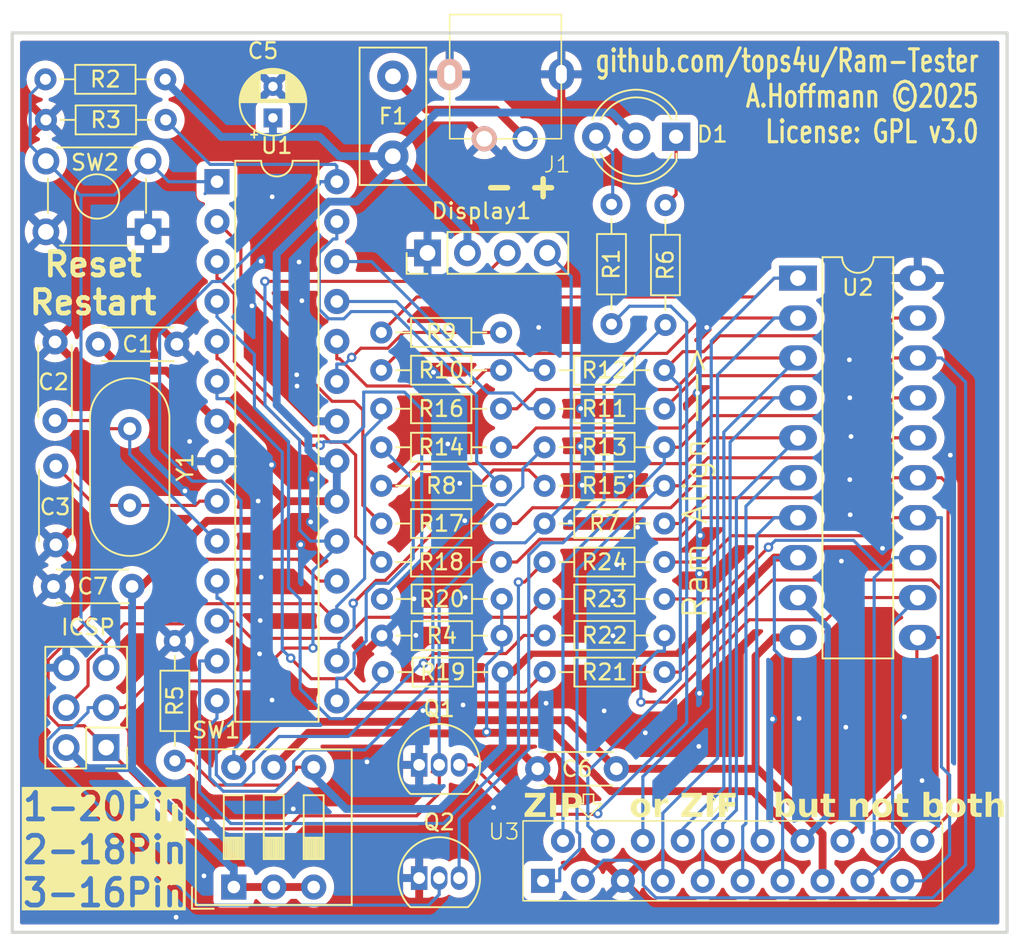
<source format=kicad_pcb>
(kicad_pcb (version 20240108) (generator "pcbnew") (generator_version "8.0")
  (title_block (comment 4 "AISLER Project ID: NZEQZVCZ"))
  (layers (0 "F.Cu" signal) (31 "B.Cu" signal) (34 "B.Paste" user) (35 "F.Paste" user) (36 "B.SilkS" user "B.Silkscreen") (37 "F.SilkS" user "F.Silkscreen") (38 "B.Mask" user) (39 "F.Mask" user) (44 "Edge.Cuts" user))
  (net 0 "")
  (net 1 "Net-(U1-XTAL2{slash}PB7)")
  (net 2 "Net-(U1-XTAL1{slash}PB6)")
  (net 3 "Net-(D1-K1)")
  (net 4 "Net-(D1-K2)")
  (net 5 "Vcc")
  (net 6 "GND")
  (net 7 "VCC_20")
  (net 8 "Net-(U1-PC4)")
  (net 9 "A3")
  (net 10 "A2")
  (net 11 "A8")
  (net 12 "Net-(U1-PC0)")
  (net 13 "A9")
  (net 14 "Net-(U1-PC1)")
  (net 15 "D0")
  (net 16 "Net-(J2-Pin_4)")
  (net 17 "Net-(U1-PC2)")
  (net 18 "D1")
  (net 19 "Net-(U1-PC3)")
  (net 20 "Net-(U1-PB0)")
  (net 21 "D2")
  (net 22 "D3")
  (net 23 "RD")
  (net 24 "GN")
  (net 25 "_CAS")
  (net 26 "_RST")
  (net 27 "Net-(U1-PB1)")
  (net 28 "Net-(U1-PB2)")
  (net 29 "_RAS")
  (net 30 "_OE")
  (net 31 "_WE")
  (net 32 "Net-(U1-PD0)")
  (net 33 "A0")
  (net 34 "Net-(U1-PD1)")
  (net 35 "Net-(U1-PD2)")
  (net 36 "Net-(U1-PD3)")
  (net 37 "Net-(U1-PD4)")
  (net 38 "A1")
  (net 39 "Net-(U1-PD5)")
  (net 40 "A4")
  (net 41 "Net-(U1-PD6)")
  (net 42 "A5")
  (net 43 "Net-(U1-PD7)")
  (net 44 "A6")
  (net 45 "Net-(Q1-D)")
  (net 46 "Net-(Q2-D)")
  (net 47 "Net-(J1-Pin_1)")
  (net 48 "A7")
  (footprint "Resistor_THT:R_Axial_DIN0204_L3.6mm_D1.6mm_P7.62mm_Horizontal" (layer "F.Cu") (at 116 88.1)
    (property "Reference" "R16")
    (property "Value" "47" (hide yes))
  )
  (footprint "Resistor_THT:R_Axial_DIN0204_L3.6mm_D1.6mm_P7.62mm_Horizontal" (layer "F.Cu") (at 130.64 75.1 -90)
    (property "Reference" "R1")
    (property "Value" "100" (hide yes))
  )
  (footprint "Capacitor_THT:CP_Radial_D4.0mm_P2.00mm" (layer "F.Cu") (at 109.11 69.6026 90)
    (property "Reference" "C5")
    (property "Value" "10uF" (hide yes))
  )
  (footprint "Connector_PinHeader_2.54mm:PinHeader_1x04_P2.54mm_Vertical" (layer "F.Cu") (at 118.94 78.19 90)
    (property "Reference" "Display1")
    (property "Value" "Conn_01x04_Pin" (hide yes))
  )
  (footprint "Capacitor_THT:C_Disc_D4.3mm_W1.9mm_P5.00mm" (layer "F.Cu") (at 130.95 111 180)
    (property "Reference" "C6")
    (property "Value" "100nF" (hide yes))
  )
  (footprint "Resistor_THT:R_Axial_DIN0204_L3.6mm_D1.6mm_P7.62mm_Horizontal" (layer "F.Cu") (at 126.38 90.55)
    (property "Reference" "R13")
    (property "Value" "47" (hide yes))
  )
  (footprint "Resistor_THT:R_Axial_DIN0204_L3.6mm_D1.6mm_P7.62mm_Horizontal" (layer "F.Cu") (at 116.04 102.53)
    (property "Reference" "R4")
    (property "Value" "1M" (hide yes))
  )
  (footprint "Resistor_THT:R_Axial_DIN0204_L3.6mm_D1.6mm_P7.62mm_Horizontal" (layer "F.Cu") (at 102.87 102.87 -90)
    (property "Reference" "R5")
    (property "Value" "1M" (hide yes))
  )
  (footprint "Resistor_THT:R_Axial_DIN0204_L3.6mm_D1.6mm_P7.62mm_Horizontal" (layer "F.Cu") (at 116.04 100.2)
    (property "Reference" "R20")
    (property "Value" "47" (hide yes))
  )
  (footprint "Resistor_THT:R_Axial_DIN0204_L3.6mm_D1.6mm_P7.62mm_Horizontal" (layer "F.Cu") (at 134.07 82.77 90)
    (property "Reference" "R6")
    (property "Value" "150" (hide yes))
  )
  (footprint "Capacitor_THT:C_Disc_D4.3mm_W1.9mm_P5.00mm" (layer "F.Cu") (at 95.3 91.75 -90)
    (property "Reference" "C3")
    (property "Value" "15pF" (hide yes))
  )
  (footprint "Capacitor_THT:C_Disc_D4.3mm_W1.9mm_P5.00mm" (layer "F.Cu") (at 95.25 88.85 90)
    (property "Reference" "C2")
    (property "Value" "15pF" (hide yes))
  )
  (footprint "Resistor_THT:R_Axial_DIN0204_L3.6mm_D1.6mm_P7.62mm_Horizontal" (layer "F.Cu") (at 116.1 104.85)
    (property "Reference" "R19")
    (property "Value" "47" (hide yes))
  )
  (footprint "LED_THT:LED_D5.0mm-3" (layer "F.Cu") (at 134.75 70.8 180)
    (property "Reference" "D1")
    (property "Value" "LED_Dual_AAK" (hide yes))
  )
  (footprint "Resistor_THT:R_Axial_DIN0204_L3.6mm_D1.6mm_P7.62mm_Horizontal" (layer "F.Cu") (at 116 95.4)
    (property "Reference" "R17")
    (property "Value" "47" (hide yes))
  )
  (footprint "Package_DIP:DIP-28_W7.62mm" (layer "F.Cu") (at 105.55 73.66)
    (property "Reference" "U1")
    (property "Value" "ATmega328-P" (hide yes))
  )
  (footprint "Capacitor_THT:C_Disc_D4.3mm_W1.9mm_P5.00mm" (layer "F.Cu") (at 95.15 99.4)
    (property "Reference" "C7")
    (property "Value" "100nF" (hide yes))
  )
  (footprint "Resistor_THT:R_Axial_DIN0204_L3.6mm_D1.6mm_P7.62mm_Horizontal" (layer "F.Cu") (at 116 83.25)
    (property "Reference" "R9")
    (property "Value" "47" (hide yes))
  )
  (footprint "Resistor_THT:R_Axial_DIN0204_L3.6mm_D1.6mm_P7.62mm_Horizontal" (layer "F.Cu") (at 94.67 69.73)
    (property "Reference" "R3")
    (property "Value" "1M" (hide yes))
  )
  (footprint "Resistor_THT:R_Axial_DIN0204_L3.6mm_D1.6mm_P7.62mm_Horizontal" (layer "F.Cu") (at 123.62 93 180)
    (property "Reference" "R8")
    (property "Value" "47" (hide yes))
  )
  (footprint "Resistor_THT:R_Axial_DIN0204_L3.6mm_D1.6mm_P7.62mm_Horizontal" (layer "F.Cu") (at 126.39 102.52)
    (property "Reference" "R22")
    (property "Value" "47" (hide yes))
  )
  (footprint "Resistor_THT:R_Axial_DIN0204_L3.6mm_D1.6mm_P7.62mm_Horizontal" (layer "F.Cu") (at 134 85.65 180)
    (property "Reference" "R12")
    (property "Value" "47" (hide yes))
  )
  (footprint "Resistor_THT:R_Axial_DIN0204_L3.6mm_D1.6mm_P7.62mm_Horizontal" (layer "F.Cu") (at 116 85.65)
    (property "Reference" "R10")
    (property "Value" "47" (hide yes))
  )
  (footprint "Resistor_THT:R_Axial_DIN0204_L3.6mm_D1.6mm_P7.62mm_Horizontal" (layer "F.Cu") (at 126.38 95.4)
    (property "Reference" "R7")
    (property "Value" "47" (hide yes))
  )
  (footprint "Resistor_THT:R_Axial_DIN0204_L3.6mm_D1.6mm_P7.62mm_Horizontal" (layer "F.Cu") (at 116 97.85)
    (property "Reference" "R18")
    (property "Value" "47" (hide yes))
  )
  (footprint "Resistor_THT:R_Axial_DIN0204_L3.6mm_D1.6mm_P7.62mm_Horizontal" (layer "F.Cu") (at 126.38 93)
    (property "Reference" "R15")
    (property "Value" "47" (hide yes))
  )
  (footprint "Resistor_THT:R_Axial_DIN0204_L3.6mm_D1.6mm_P7.62mm_Horizontal" (layer "F.Cu") (at 116 90.55)
    (property "Reference" "R14")
    (property "Value" "47" (hide yes))
  )
  (footprint "Package_TO_SOT_THT:TO-92_Inline" (layer "F.Cu") (at 118.41 110.75)
    (property "Reference" "Q1")
    (property "Value" "2N7000" (hide yes))
  )
  (footprint "Resistor_THT:R_Axial_DIN0204_L3.6mm_D1.6mm_P7.62mm_Horizontal" (layer "F.Cu") (at 126.39 104.85)
    (property "Reference" "R21")
    (property "Value" "47" (hide yes))
  )
  (footprint "Button_Switch_THT:SW_DIP_SPSTx03_Slide_9.78x9.8mm_W7.62mm_P2.54mm" (layer "F.Cu") (at 106.62 118.52 90)
    (property "Reference" "SW1")
    (property "Value" "SW_DIP_x03" (hide yes))
  )
  (footprint "Resistor_THT:R_Axial_DIN0204_L3.6mm_D1.6mm_P7.62mm_Horizontal" (layer "F.Cu") (at 126.38 97.85)
    (property "Reference" "R24")
    (property "Value" "47" (hide yes))
  )
  (footprint "Resistor_THT:R_Axial_DIN0204_L3.6mm_D1.6mm_P7.62mm_Horizontal" (layer "F.Cu") (at 126.38 100.2)
    (property "Reference" "R23")
    (property "Value" "47" (hide yes))
  )
  (footprint "Resistor_THT:R_Axial_DIN0204_L3.6mm_D1.6mm_P7.62mm_Horizontal" (layer "F.Cu") (at 134 88.1 180)
    (property "Reference" "R11")
    (property "Value" "47" (hide yes))
  )
  (footprint "Button_Switch_THT:SW_TH_Tactile_Omron_B3F-10xx" (layer "F.Cu") (at 101.17 76.85 180)
    (property "Reference" "SW2")
    (property "Value" "SW_Push" (hide yes))
  )
  (footprint "Fuse:Fuse_Littelfuse_395Series" (layer "F.Cu") (at 116.74 66.96 -90)
    (property "Reference" "F1")
    (property "Value" "0.5A" (hide yes))
  )
  (footprint "Resistor_THT:R_Axial_DIN0204_L3.6mm_D1.6mm_P7.62mm_Horizontal" (layer "F.Cu") (at 94.64 67.15)
    (property "Reference" "R2")
    (property "Value" "1k" (hide yes))
  )
  (footprint "Crystal:Crystal_HC49-U_Vertical" (layer "F.Cu") (at 100 89.37 -90)
    (property "Reference" "Y1")
    (property "Value" "Crystal")
  )
  (footprint "Connector_USB:MicroUSB PowerOnly" (layer "F.Cu") (at 123.85 76.93 180)
    (property "Reference" "J1")
    (property "Value" "Conn_01x02_Pin" (hide yes))
  )
  (footprint "Package_TO_SOT_THT:TO-92_Inline" (layer "F.Cu") (at 118.41 117.95)
    (property "Reference" "Q2")
    (property "Value" "2N7000" (hide yes))
  )
  (footprint "Capacitor_THT:C_Disc_D4.3mm_W1.9mm_P5.00mm" (layer "F.Cu") (at 98 84)
    (property "Reference" "C1")
    (property "Value" "100nF" (hide yes))
  )
  (footprint "Connector_PinHeader_2.54mm:PinHeader_2x03_P2.54mm_Vertical" (layer "F.Cu") (at 98.5 109.65 180)
    (property "Reference" "J2" (hide yes))
    (property "Value" "ICSP")
  )
  (footprint "Package_DIP:ZIP-20" (layer "F.Cu") (at 137.715 110.505)
    (property "Reference" "U3")
    (property "Value" "ZIP Socket" (hide yes))
  )
  (footprint "Package_DIP:DIP-20_W7.62mm_LongPads" (layer "F.Cu") (at 142.5 79.79)
    (property "Reference" "U2")
    (property "Value" "RAM / ZIF" (hide yes))
  )
  (gr_line (start 137.6 113.3) (end 137.1 113.8) (stroke (width 0.1)) (layer "F.SilkS"))
  (gr_line (start 128.85 113.219084) (end 128.35 113.219084) (stroke (width 0.1)) (layer "F.SilkS"))
  (gr_line (start 138 113.7) (end 137.6 113.3) (stroke (width 0.1)) (layer "F.SilkS"))
  (gr_line (start 129.5 113.219084) (end 129.5 112.619084) (stroke (width 0.1)) (layer "F.SilkS"))
  (gr_line (start 137.1 113.8) (end 136.755647 113.455647) (stroke (width 0.1)) (layer "F.SilkS"))
  (gr_line (start 137.252601 112.952601) (end 136.900083 112.600083) (stroke (width 0.1)) (layer "F.SilkS"))
  (gr_line (start 128.85 112.619084) (end 128.85 113.219084) (stroke (width 0.1)) (layer "F.SilkS"))
  (gr_line (start 128.325 113.219084) (end 129.175 114.069084) (stroke (width 0.1)) (layer "F.SilkS"))
  (gr_line (start 130 113.219084) (end 129.5 113.219084) (stroke (width 0.1)) (layer "F.SilkS"))
  (gr_line (start 136.9 112.6) (end 138 112.6) (stroke (width 0.1)) (layer "F.SilkS"))
  (gr_line (start 138 112.6) (end 138 113.7) (stroke (width 0.1)) (layer "F.SilkS"))
  (gr_line (start 136.750211 113.449789) (end 137.251033 112.948967) (stroke (width 0.1)) (layer "F.SilkS"))
  (gr_line (start 129.180915 114.069084) (end 130.019084 113.230915) (stroke (width 0.1)) (layer "F.SilkS"))
  (gr_line (start 129.5 112.619084) (end 128.85 112.619084) (stroke (width 0.1)) (layer "F.SilkS"))
  (gr_rect (start 92.526188 64.2) (end 155.8 121.398812) (stroke (width 0.2)) (fill none) (layer "Edge.Cuts"))
  (gr_text "ZIP    or ZIF   but not both" (at 125.015 114.315 0) (layer "F.SilkS") (effects (font (size 1.5 1.5) (thickness 0.3) (bold yes)) (justify left bottom)))
  (gr_text "github.com/tops4u/Ram-Tester\nA.Hoffmann ©2025\nLicense: GPL v3.0" (at 154.1 71.3 0) (layer "F.SilkS") (effects (font (size 1.4 1) (thickness 0.2) (bold yes)) (justify right bottom)))
  (gr_text "Reset\nRestart" (at 97.67 82.22 0) (layer "F.SilkS") (effects (font (size 1.5 1.5) (thickness 0.3) (bold yes)) (justify bottom)))
  (gr_text "1-20Pin\n2-18Pin\n3-16Pin" (at 98.425 119.888 0) (layer "F.SilkS" knockout) (effects (font (size 1.7 1.6) (thickness 0.3) (bold yes)) (justify bottom)))
  (gr_text "+ -" (at 127.39 73.27 180) (layer "F.SilkS") (effects (font (size 1.5 1.4) (thickness 0.35) (bold yes)) (justify left bottom)))
  (gr_text "Ram Align ⎯⎯>" (at 136.85 84 90) (layer "F.SilkS") (effects (font (size 1.5 1.5)) (justify right bottom)))
  (segment (start 100 89.37) (end 98.11 89.37) (width 0.2) (layer "F.Cu") (net 1))
  (segment (start 98.11 89.37) (end 97.59 88.85) (width 0.2) (layer "F.Cu") (net 1))
  (segment (start 97.59 88.85) (end 95.25 88.85) (width 0.2) (layer "F.Cu") (net 1))
  (segment (start 105.55 96.52) (end 105.52 96.52) (width 0.2) (layer "B.Cu") (net 1))
  (segment (start 105.52 96.52) (end 100 91) (width 0.2) (layer "B.Cu") (net 1))
  (segment (start 100 91) (end 100 89.37) (width 0.2) (layer "B.Cu") (net 1))
  (segment (start 97.8 94.25) (end 100 94.25) (width 0.2) (layer "F.Cu") (net 2))
  (segment (start 95.3 91.75) (end 97.8 94.25) (width 0.2) (layer "F.Cu") (net 2))
  (segment (start 105.55 93.98) (end 104.4483 93.98) (width 0.2) (layer "F.Cu") (net 2))
  (segment (start 104.1783 94.25) (end 104.4483 93.98) (width 0.2) (layer "F.Cu") (net 2))
  (segment (start 100 94.25) (end 104.1783 94.25) (width 0.2) (layer "F.Cu") (net 2))
  (segment (start 134.75 74.47) (end 134.07 75.15) (width 0.2) (layer "F.Cu") (net 3))
  (segment (start 134.75 70.8) (end 134.75 74.47) (width 0.2) (layer "F.Cu") (net 3))
  (segment (start 134.938 70.612) (end 134.75 70.8) (width 0.2) (layer "F.Cu") (net 3))
  (segment (start 130.7184 75.0216) (end 130.64 75.1) (width 0.2) (layer "B.Cu") (net 4))
  (segment (start 130.7184 71.8484) (end 130.7184 75.0216) (width 0.2) (layer "B.Cu") (net 4))
  (segment (start 129.67 70.8) (end 130.7184 71.8484) (width 0.2) (layer "B.Cu") (net 4))
  (segment (start 109.9207 93.9938) (end 109.8938 93.9938) (width 0.5) (layer "F.Cu") (net 5))
  (segment (start 107.99 92.09) (end 107.99 90.75) (width 0.5) (layer "F.Cu") (net 5))
  (segment (start 106.14 88.9) (end 105.55 88.9) (width 0.5) (layer "F.Cu") (net 5))
  (segment (start 99.68 85.68) (end 98 84) (width 0.5) (layer "F.Cu") (net 5))
  (segment (start 104.92 95.23) (end 108.6845 95.23) (width 0.5) (layer "F.Cu") (net 5))
  (segment (start 109.16 118.52) (end 106.62 118.52) (width 0.5) (layer "F.Cu") (net 5))
  (segment (start 113.17 93.98) (end 111.9183 93.98) (width 0.5) (layer "F.Cu") (net 5))
  (segment (start 109.9345 93.98) (end 111.9183 93.98) (width 0.5) (layer "F.Cu") (net 5))
  (segment (start 100.75 99.4) (end 104.92 95.23) (width 0.5) (layer "F.Cu") (net 5))
  (segment (start 111.7 118.52) (end 109.16 118.52) (width 0.5) (layer "F.Cu") (net 5))
  (segment (start 100.15 99.4) (end 100.75 99.4) (width 0.5) (layer "F.Cu") (net 5))
  (segment (start 102.33 85.68) (end 99.68 85.68) (width 0.5) (layer "F.Cu") (net 5))
  (segment (start 109.9207 93.9938) (end 109.9345 93.98) (width 0.5) (layer "F.Cu") (net 5))
  (segment (start 107.99 90.75) (end 106.14 88.9) (width 0.5) (layer "F.Cu") (net 5))
  (segment (start 105.55 88.9) (end 102.33 85.68) (width 0.5) (layer "F.Cu") (net 5))
  (segment (start 109.8938 93.9938) (end 107.99 92.09) (width 0.5) (layer "F.Cu") (net 5))
  (segment (start 108.6845 95.23) (end 109.9207 93.9938) (width 0.5) (layer "F.Cu") (net 5))
  (segment (start 116.73 72.04) (end 119.508 69.262) (width 0.5) (layer "B.Cu") (net 5))
  (segment (start 112.087767 70.81) (end 113.317767 72.04) (width 0.5) (layer "B.Cu") (net 5))
  (segment (start 114.4282 74.93) (end 112.6542 74.93) (width 0.5) (layer "B.Cu") (net 5))
  (segment (start 97.2682 110.9582) (end 95.96 109.65) (width 0.5) (layer "B.Cu") (net 5))
  (segment (start 130.672 69.262) (end 132.21 70.8) (width 0.5) (layer "B.Cu") (net 5))
  (segment (start 121.48 76.79) (end 121.48 78.19) (width 0.5) (layer "B.Cu") (net 5))
  (segment (start 100.15 99.4) (end 100.15 110.9582) (width 0.5) (layer "B.Cu") (net 5))
  (segment (start 100.15 110.9582) (end 97.2682 110.9582) (width 0.5) (layer "B.Cu") (net 5))
  (segment (start 109.11 69.6026) (end 109.11 70.76) (width 0.5) (layer "B.Cu") (net 5))
  (segment (start 106.4601 117.2683) (end 106.62 117.2683) (width 0.5) (layer "B.Cu") (net 5))
  (segment (start 109.347 87.849182) (end 111.3602 89.862382) (width 0.5) (layer "B.Cu") (net 5))
  (segment (start 112.059239 91.44) (end 113.17 91.44) (width 0.5) (layer "B.Cu") (net 5))
  (segment (start 109.06 70.81) (end 112.087767 70.81) (width 0.5) (layer "B.Cu") (net 5))
  (segment (start 105.82 70.81) (end 109.06 70.81) (width 0.5) (layer "B.Cu") (net 5))
  (segment (start 106.62 118.52) (end 106.62 117.2683) (width 0.5) (layer "B.Cu") (net 5))
  (segment (start 111.3602 90.740961) (end 112.059239 91.44) (width 0.5) (layer "B.Cu") (net 5))
  (segment (start 113.17 91.44) (end 113.17 93.98) (width 0.5) (layer "B.Cu") (net 5))
  (segment (start 111.3602 89.862382) (end 111.3602 90.740961) (width 0.5) (layer "B.Cu") (net 5))
  (segment (start 116.73 72.04) (end 121.48 76.79) (width 0.5) (layer "B.Cu") (net 5))
  (segment (start 112.6542 74.93) (end 109.347 78.2372) (width 0.5) (layer "B.Cu") (net 5))
  (segment (start 109.11 70.76) (end 109.06 70.81) (width 0.5) (layer "B.Cu") (net 5))
  (segment (start 100.15 110.9582) (end 106.4601 117.2683) (width 0.5) (layer "B.Cu") (net 5))
  (segment (start 119.508 69.262) (end 130.672 69.262) (width 0.5) (layer "B.Cu") (net 5))
  (segment (start 116.73 72.04) (end 116.73 72.6282) (width 0.5) (layer "B.Cu") (net 5))
  (segment (start 113.317767 72.04) (end 116.73 72.04) (width 0.5) (layer "B.Cu") (net 5))
  (segment (start 109.347 78.2372) (end 109.347 87.849182) (width 0.5) (layer "B.Cu") (net 5))
  (segment (start 102.2 67.19) (end 105.82 70.81) (width 0.5) (layer "B.Cu") (net 5))
  (segment (start 116.73 72.6282) (end 114.4282 74.93) (width 0.5) (layer "B.Cu") (net 5))
  (segment (start 118.41 110.75) (end 118.41 111.147818) (width 0.5) (layer "F.Cu") (net 6))
  (segment (start 116.0556 102.5144) (end 116.04 102.53) (width 0.5) (layer "F.Cu") (net 6))
  (via (at 136.1948 109.5756) (size 0.6) (drill 0.3) (layers "F.Cu" "B.Cu") (net 6))
  (via (at 118.2 102.51) (size 0.6) (drill 0.3) (layers "F.Cu" "B.Cu") (net 6))
  (via (at 109.02 91.67) (size 0.6) (drill 0.3) (layers "F.Cu" "B.Cu") (net 6))
  (via (at 110.87 96.74) (size 0.6) (drill 0.3) (layers "F.Cu" "B.Cu") (net 6))
  (via (at 136.24 106.2) (size 0.6) (drill 0.3) (layers "F.Cu" "B.Cu") (net 6))
  (via (at 118.65 107.3) (size 0.6) (drill 0.3) (layers "F.Cu" "B.Cu") (net 6))
  (via (at 136.29 96.16) (size 0.6) (drill 0.3) (layers "F.Cu" "B.Cu") (net 6))
  (via (at 108.17 93.97) (size 0.6) (drill 0.3) (layers "F.Cu" "B.Cu") (net 6))
  (via (at 104.93 114.22) (size 0.6) (drill 0.3) (layers "F.Cu" "B.Cu") (net 6))
  (via (at 115.09 110.56) (size 0.6) (drill 0.3) (layers "F.Cu" "B.Cu") (net 6))
  (via (at 136.11 87.1) (size 0.6) (drill 0.3) (layers "F.Cu" "B.Cu") (net 6))
  (via (at 110.4 113.55) (size 0.6) (drill 0.3) (layers "F.Cu" "B.Cu") (net 6))
  (via (at 145.796 87.4014) (size 0.6) (drill 0.3) (layers "F.Cu" "B.Cu") (net 6))
  (via (at 110.95 81.23) (size 0.6) (drill 0.3) (layers "F.Cu" "B.Cu") (net 6))
  (via (at 145.796 92.6084) (size 0.6) (drill 0.3) (layers "F.Cu" "B.Cu") (net 6))
  (via (at 140.88 107.84) (size 0.6) (drill 0.3) (layers "F.Cu" "B.Cu") (net 6))
  (via (at 145.7706 84.9884) (size 0.6) (drill 0.3) (layers "F.Cu" "B.Cu") (net 6))
  (via (at 110.7694 78.77) (size 0.6) (drill 0.3) (layers "F.Cu" "B.Cu") (net 6))
  (via (at 110.64 86.66) (size 0.6) (drill 0.3) (layers "F.Cu" "B.Cu") (net 6))
  (via (at 136.24 98.59) (size 0.6) (drill 0.3) (layers "F.Cu" "B.Cu") (net 6))
  (via (at 130.7338 102.5398) (size 0.6) (drill 0.3) (layers "F.Cu" "B.Cu") (net 6))
  (via (at 121.34 100.1) (size 0.6) (drill 0.3) (layers "F.Cu" "B.Cu") (net 6))
  (via (at 130.7338 100.3046) (size 0.6) (drill 0.3) (layers "F.Cu" "B.Cu") (net 6))
  (via (at 126.48 106.83) (size 0.6) (drill 0.3) (layers "F.Cu" "B.Cu") (net 6))
  (via (at 147.8788 96.9772) (size 0.6) (drill 0.3) (layers "F.Cu" "B.Cu") (net 6))
  (via (at 103.81 90.18) (size 0.6) (drill 0.3) (layers "F.Cu" "B.Cu") (net 6))
  (via (at 121.31 95.22) (size 0.6) (drill 0.3) (layers "F.Cu" "B.Cu") (net 6))
  (via (at 145.2626 97.79) (size 0.6) (drill 0.3) (layers "F.Cu" "B.Cu") (net 6))
  (via (at 128.778 92.964) (size 0.6) (drill 0.3) (layers "F.Cu" "B.Cu") (net 6))
  (via (at 109.06 74.62) (size 0.6) (drill 0.3) (layers "F.Cu" "B.Cu") (net 6))
  (via (at 142.5702 107.7976) (size 0.6) (drill 0.3) (layers "F.Cu" "B.Cu") (net 6))
  (via (at 136.7 82.93) (size 0.6) (drill 0.3) (layers "F.Cu" "B.Cu") (net 6))
  (via (at 130.175 107.315) (size 0.6) (drill 0.3) (layers "F.Cu" "B.Cu") (net 6))
  (via (at 111.506 95.3008) (size 0.6) (drill 0.3) (layers "F.Cu" "B.Cu") (net 6))
  (via (at 108.36 98.81) (size 0.6) (drill 0.3) (layers "F.Cu" "B.Cu") (net 6))
  (via (at 145.542 108.3564) (size 0.6) (drill 0.3) (layers "F.Cu" "B.Cu") (net 6))
  (via (at 132.3 95.64) (size 0.6) (drill 0.3) (layers "F.Cu" "B.Cu") (net 6))
  (via (at 102.95 120.44) (size 0.6) (drill 0.3) (layers "F.Cu" "B.Cu") (net 6))
  (via (at 109.05 106.63) (size 0.6) (drill 0.3) (layers "F.Cu" "B.Cu") (net 6))
  (via (at 123.1392 113.4618) (size 0.6) (drill 0.3) (layers "F.Cu" "B.Cu") (net 6))
  (via (at 108.3 101.57) (size 0.6) (drill 0.3) (layers "F.Cu" "B.Cu") (net 6))
  (via (at 104.72 117.81) (size 0.6) (drill 0.3) (layers "F.Cu" "B.Cu") (net 6))
  (via (at 128.6764 90.5002) (size 0.6) (drill 0.3) (layers "F.Cu" "B.Cu") (net 6))
  (via (at 103.51 93.33) (size 0.6) (drill 0.3) (layers "F.Cu" "B.Cu") (net 6))
  (via (at 152.19 91.05) (size 0.6) (drill 0.3) (layers "F.Cu" "B.Cu") (net 6))
  (via (at 128.6764 88.0872) (size 0.6) (drill 0.3) (layers "F.Cu" "B.Cu") (net 6))
  (via (at 118.08 100.19) (size 0.6) (drill 0.3) (layers "F.Cu" "B.Cu") (net 6))
  (via (at 149.2758 107.696) (size 0.6) (drill 0.3) (layers "F.Cu" "B.Cu") (net 6))
  (via (at 131.85 92.39) (size 0.6) (drill 0.3) (layers "F.Cu" "B.Cu") (net 6))
  (via (at 132.7912 108.712) (size 0.6) (drill 0.3) (layers "F.Cu" "B.Cu") (net 6))
  (via (at 110.62 85.94) (size 0.6) (drill 0.3) (layers "F.Cu" "B.Cu") (net 6))
  (via (at 120.99 92.84) (size 0.6) (drill 0.3) (layers "F.Cu" "B.Cu") (net 6))
  (via (at 130.9878 98.0186) (size 0.6) (drill 0.3) (layers "F.Cu" "B.Cu") (net 6))
  (via (at 120.23 90.34) (size 0.6) (drill 0.3) (layers "F.Cu" "B.Cu") (net 6))
  (via (at 108.3564 78.7146) (size 0.6) (drill 0.3) (layers "F.Cu" "B.Cu") (net 6))
  (via (at 121.2 106.94) (size 0.6) (drill 0.3) (layers "F.Cu" "B.Cu") (net 6))
  (via (at 107.7722 81.5594) (size 0.6) (drill 0.3) (layers "F.Cu" "B.Cu") (net 6))
  (via (at 111.5822 92.583) (size 0.6) (drill 0.3) (layers "F.Cu" "B.Cu") (net 6))
  (via (at 150.39 111.75) (size 0.6) (drill 0.3) (layers "F.Cu" "B.Cu") (net 6))
  (via (at 119.32 85.78) (size 0.6) (drill 0.3) (layers "F.Cu" "B.Cu") (net 6))
  (via (at 145.8214 94.8436) (size 0.6) (drill 0.3) (layers "F.Cu" "B.Cu") (net 6))
  (via (at 108.26 103.69) (size 0.6) (drill 0.3) (layers "F.Cu" "B.Cu") (net 6))
  (via (at 128.01 95.3) (size 0.6) (drill 0.3) (layers "F.Cu" "B.Cu") (net 6))
  (via (at 145.8722 89.8652) (size 0.6) (drill 0.3) (layers "F.Cu" "B.Cu") (net 6))
  (via (at 126.0094 82.931) (size 0.6) (drill 0.3) (layers "F.Cu" "B.Cu") (net 6))
  (segment (start 95.15 96.9) (end 95.3 96.75) (width 0.5) (layer "B.Cu") (net 6))
  (segment (start 123.1392 113.4618) (end 123.4882 113.4618) (width 0.5) (layer "B.Cu") (net 6))
  (segment (start 118.339339 108.05) (end 118.299339 108.01) (width 0.5) (layer "F.Cu") (net 7))
  (segment (start 139.8031 103.8452) (end 139.8031 111) (width 0.5) (layer "F.Cu") (net 7))
  (segment (start 139.8031 111) (end 130.95 111) (width 0.5) (layer "F.Cu") (net 7))
  (segment (start 118.299339 108.01) (end 109.51 108.01) (width 0.5) (layer "F.Cu") (net 7))
  (segment (start 144.065 118.125) (end 143.8628 117.9228) (width 0.2) (layer "F.Cu") (net 7))
  (segment (start 130.95 111) (end 127.86 107.91) (width 0.5) (layer "F.Cu") (net 7))
  (segment (start 109.51 108.01) (end 106.62 110.9) (width 0.5) (layer "F.Cu") (net 7))
  (segment (start 127.86 107.91) (end 119.100661 107.91) (width 0.5) (layer "F.Cu") (net 7))
  (segment (start 144.065 115.140973) (end 139.924027 111) (width 0.5) (layer "F.Cu") (net 7))
  (segment (start 118.960661 108.05) (end 118.339339 108.05) (width 0.5) (layer "F.Cu") (net 7))
  (segment (start 140.9983 102.65) (end 139.8031 103.8452) (width 0.5) (layer "F.Cu") (net 7))
  (segment (start 139.924027 111) (end 139.8031 111) (width 0.5) (layer "F.Cu") (net 7))
  (segment (start 142.5 102.65) (end 140.9983 102.65) (width 0.5) (layer "F.Cu") (net 7))
  (segment (start 119.100661 107.91) (end 118.960661 108.05) (width 0.5) (layer "F.Cu") (net 7))
  (segment (start 144.065 118.125) (end 144.065 115.140973) (width 0.5) (layer "F.Cu") (net 7))
  (segment (start 107.0779 109.3404) (end 107.0779 93.9449) (width 0.2) (layer "B.Cu") (net 7))
  (segment (start 106.62 110.9) (end 106.62 109.7983) (width 0.2) (layer "B.Cu") (net 7))
  (segment (start 113.17 72.670051) (end 113.059949 72.56) (width 0.2) (layer "B.Cu") (net 7))
  (segment (start 105.8634 80.01) (end 112.0683 73.8051) (width 0.2) (layer "B.Cu") (net 7))
  (segment (start 105.843 92.71) (end 103.97 92.71) (width 0.2) (layer "B.Cu") (net 7))
  (segment (start 113.17 73.66) (end 112.1492 73.66) (width 0.2) (layer "B.Cu") (net 7))
  (segment (start 105.2516 80.01) (end 105.8634 80.01) (width 0.2) (layer "B.Cu") (net 7))
  (segment (start 112.0683 73.66) (end 113.17 73.66) (width 0.2) (layer "B.Cu") (net 7))
  (segment (start 112.0683 73.8051) (end 112.0683 73.66) (width 0.2) (layer "B.Cu") (net 7))
  (segment (start 112.1492 73.66) (end 112.0683 73.66) (width 0.2) (layer "B.Cu") (net 7))
  (segment (start 103.97 92.71) (end 101.9 90.64) (width 0.2) (layer "B.Cu") (net 7))
  (segment (start 107.0779 93.9449) (end 105.843 92.71) (width 0.2) (layer "B.Cu") (net 7))
  (segment (start 101.9 83.3616) (end 105.2516 80.01) (width 0.2) (layer "B.Cu") (net 7))
  (segment (start 113.059949 72.56) (end 105.11 72.56) (width 0.2) (layer "B.Cu") (net 7))
  (segment (start 106.62 109.7983) (end 107.0779 109.3404) (width 0.2) (layer "B.Cu") (net 7))
  (segment (start 105.11 72.56) (end 102.29 69.74) (width 0.2) (layer "B.Cu") (net 7))
  (segment (start 101.9 90.64) (end 101.9 83.3616) (width 0.2) (layer "B.Cu") (net 7))
  (segment (start 113.17 73.66) (end 113.17 72.670051) (width 0.2) (layer "B.Cu") (net 7))
  (segment (start 102.29 69.74) (end 102.29 69.73) (width 0.2) (layer "B.Cu") (net 7))
  (segment (start 113.17 77.3017) (end 113.17 76.2) (width 0.2) (layer "B.Cu") (net 8))
  (segment (start 122.0632 87.2832) (end 116.7 81.92) (width 0.2) (layer "B.Cu") (net 8))
  (segment (start 113.625635 82.38) (end 112.6503 82.38) (width 0.2) (layer "B.Cu") (net 8))
  (segment (start 114.085635 81.92) (end 113.625635 82.38) (width 0.2) (layer "B.Cu") (net 8))
  (segment (start 112.9417 77.3017) (end 113.17 77.3017) (width 0.2) (layer "B.Cu") (net 8))
  (segment (start 122.0632 91.4432) (end 122.0632 87.2832) (width 0.2) (layer "B.Cu") (net 8))
  (segment (start 112.0547 78.1887) (end 112.9417 77.3017) (width 0.2) (layer "B.Cu") (net 8))
  (segment (start 112.6503 82.38) (end 112.0547 81.7844) (width 0.2) (layer "B.Cu") (net 8))
  (segment (start 112.0547 81.7844) (end 112.0547 78.1887) (width 0.2) (layer "B.Cu") (net 8))
  (segment (start 123.62 93) (end 122.0632 91.4432) (width 0.2) (layer "B.Cu") (net 8))
  (segment (start 116.7 81.92) (end 114.085635 81.92) (width 0.2) (layer "B.Cu") (net 8))
  (segment (start 122.606 108.75) (end 118.04939 108.75) (width 0.5) (layer "F.Cu") (net 9))
  (segment (start 129.7 111.5) (end 129.7 111.517767) (width 0.5) (layer "F.Cu") (net 9))
  (segment (start 118.00939 108.71) (end 111.35 108.71) (width 0.5) (layer "F.Cu") (net 9))
  (segment (start 130.604533 112.4223) (end 139.6323 112.4223) (width 0.5) (layer "F.Cu") (net 9))
  (segment (start 122.746 108.71) (end 126.91 108.71) (width 0.5) (layer "F.Cu") (net 9))
  (segment (start 111.35 108.71) (end 109.16 110.9) (width 0.5) (layer "F.Cu") (net 9))
  (segment (start 122.696 108.66) (end 122.606 108.75) (width 0.5) (layer "F.Cu") (net 9))
  (segment (start 139.6323 112.4223) (end 142.795 115.585) (width 0.5) (layer "F.Cu") (net 9))
  (segment (start 129.7 111.517767) (end 130.604533 112.4223) (width 0.5) (layer "F.Cu") (net 9))
  (segment (start 122.696 108.66) (end 122.746 108.71) (width 0.5) (layer "F.Cu") (net 9))
  (segment (start 118.04939 108.75) (end 118.00939 108.71) (width 0.5) (layer "F.Cu") (net 9))
  (segment (start 126.91 108.71) (end 129.7 111.5) (width 0.5) (layer "F.Cu") (net 9))
  (via (at 122.696 108.66) (size 0.6) (drill 0.3) (layers "F.Cu" "B.Cu") (net 9))
  (segment (start 144.39 113.99) (end 142.795 115.585) (width 0.4) (layer "B.Cu") (net 9))
  (segment (start 142.5 100.11) (end 144.39 102) (width 0.4) (layer "B.Cu") (net 9))
  (segment (start 144.39 102) (end 144.39 113.99) (width 0.4) (layer "B.Cu") (net 9))
  (segment (start 122.696 108.66) (end 122.696 104.3919) (width 0.2) (layer "B.Cu") (net 9))
  (segment (start 123.5562 103.5317) (end 123.66 103.5317) (width 0.2) (layer "B.Cu") (net 9))
  (segment (start 122.696 104.3919) (end 123.5562 103.5317) (width 0.2) (layer "B.Cu") (net 9))
  (segment (start 123.66 100.2) (end 123.66 102.53) (width 0.2) (layer "B.Cu") (net 9))
  (segment (start 123.66 103.5317) (end 123.66 102.53) (width 0.2) (layer "B.Cu") (net 9))
  (segment (start 105.4193 112.0376) (end 103.8717 110.49) (width 0.2) (layer "F.Cu") (net 10))
  (segment (start 140.9983 97.57) (end 142.5 97.57) (width 0.5) (layer "F.Cu") (net 10))
  (segment (start 111.7 110.9) (end 110.5983 110.9) (width 0.2) (layer "F.Cu") (net 10))
  (segment (start 109.5984 112.0376) (end 105.4193 112.0376) (width 0.2) (layer "F.Cu") (net 10))
  (segment (start 124.3596 104.85) (end 123.72 104.85) (width 0.5) (layer "F.Cu") (net 10))
  (segment (start 125.5268 103.6828) (end 134.8855 103.6828) (width 0.4) (layer "F.Cu") (net 10))
  (segment (start 110.5983 111.0377) (end 109.5984 112.0376) (width 0.2) (layer "F.Cu") (net 10))
  (segment (start 134.8855 103.6828) (end 134.9363 103.632) (width 0.4) (layer "F.Cu") (net 10))
  (segment (start 134.9363 103.632) (end 140.9983 97.57) (width 0.5) (layer "F.Cu") (net 10))
  (segment (start 125.476 103.7336) (end 125.5268 103.6828) (width 0.4) (layer "F.Cu") (net 10))
  (segment (start 125.476 103.7336) (end 124.3596 104.85) (width 0.5) (layer "F.Cu") (net 10))
  (segment (start 110.5983 110.9) (end 110.5983 111.0377) (width 0.2) (layer "F.Cu") (net 10))
  (segment (start 102.87 110.49) (end 103.8717 110.49) (width 0.2) (layer "F.Cu") (net 10))
  (segment (start 141.525 103.958) (end 141.525 118.125) (width 0.2) (layer "B.Cu") (net 10))
  (segment (start 142.5 97.57) (end 140.9983 97.57) (width 0.2) (layer "B.Cu") (net 10))
  (segment (start 111.7 111.49) (end 111.7 110.9) (width 0.5) (layer "B.Cu") (net 10))
  (segment (start 140.9983 97.57) (end 140.9983 103.4313) (width 0.2) (layer "B.Cu") (net 10))
  (segment (start 123.72 104.85) (end 123.72 109.583858) (width 0.5) (layer "B.Cu") (net 10))
  (segment (start 119.753858 113.55) (end 113.76 113.55) (width 0.5) (layer "B.Cu") (net 10))
  (segment (start 113.76 113.55) (end 111.7 111.49) (width 0.5) (layer "B.Cu") (net 10))
  (segment (start 123.72 109.583858) (end 119.753858 113.55) (width 0.5) (layer "B.Cu") (net 10))
  (segment (start 140.9983 103.4313) (end 141.525 103.958) (width 0.2) (layer "B.Cu") (net 10))
  (segment (start 150.12 92.49) (end 148.6183 92.49) (width 0.2) (layer "F.Cu") (net 11))
  (segment (start 152.0445 113.9555) (end 152.0445 92.9128) (width 0.2) (layer "F.Cu") (net 11))
  (segment (start 148.6183 92.49) (end 147.3483 93.76) (width 0.2) (layer "F.Cu") (net 11))
  (segment (start 134 95.4) (end 135.0017 95.4) (width 0.2) (layer "F.Cu") (net 11))
  (segment (start 152.0445 92.9128) (end 151.6217 92.49) (width 0.2) (layer "F.Cu") (net 11))
  (segment (start 150.415 115.585) (end 152.0445 113.9555) (width 0.2) (layer "F.Cu") (net 11))
  (segment (start 150.12 92.49) (end 151.6217 92.49) (width 0.2) (layer "F.Cu") (net 11))
  (segment (start 147.3483 93.76) (end 136.6417 93.76) (width 0.2) (layer "F.Cu") (net 11))
  (segment (start 136.6417 93.76) (end 135.0017 95.4) (width 0.2) (layer "F.Cu") (net 11))
  (segment (start 116.415 84.2517) (end 117.4167 83.25) (width 0.2) (layer "F.Cu") (net 12))
  (segment (start 114.114265 84.835735) (end 114.6983 84.2517) (width 0.2) (layer "F.Cu") (net 12))
  (segment (start 114.6983 84.2517) (end 116.415 84.2517) (width 0.2) (layer "F.Cu") (net 12))
  (segment (start 117.4167 83.25) (end 123.62 83.25) (width 0.2) (layer "F.Cu") (net 12))
  (via (at 114.114265 84.835735) (size 0.6) (drill 0.3) (layers "F.Cu" "B.Cu") (net 12))
  (segment (start 113.17 85.2583) (end 113.17 86.36) (width 0.2) (layer "B.Cu") (net 12))
  (segment (start 113.6917 85.2583) (end 113.17 85.2583) (width 0.2) (layer "B.Cu") (net 12))
  (segment (start 114.114265 84.835735) (end 113.6917 85.2583) (width 0.2) (layer "B.Cu") (net 12))
  (segment (start 118.4113 91.5904) (end 117.0017 93) (width 0.2) (layer "F.Cu") (net 13))
  (segment (start 116 93) (end 117.0017 93) (width 0.2) (layer "F.Cu") (net 13))
  (segment (start 142.5 89.95) (end 136.9503 89.95) (width 0.2) (layer "F.Cu") (net 13))
  (segment (start 135.3099 91.5904) (end 118.4113 91.5904) (width 0.2) (layer "F.Cu") (net 13))
  (segment (start 136.9503 89.95) (end 135.3099 91.5904) (width 0.2) (layer "F.Cu") (net 13))
  (segment (start 137.715 114.495) (end 137.715 115.585) (width 0.2) (layer "B.Cu") (net 13))
  (segment (start 138.585 113.625) (end 137.715 114.495) (width 0.2) (layer "B.Cu") (net 13))
  (segment (start 142.5 89.95) (end 138.585 93.865) (width 0.2) (layer "B.Cu") (net 13))
  (segment (start 138.585 93.865) (end 138.585 113.625) (width 0.2) (layer "B.Cu") (net 13))
  (segment (start 115.0849 86.6549) (end 121.6134 86.6549) (width 0.2) (layer "F.Cu") (net 14))
  (segment (start 113.17 83.82) (end 113.17 84.9217) (width 0.2) (layer "F.Cu") (net 14))
  (segment (start 113.3517 84.9217) (end 115.0849 86.6549) (width 0.2) (layer "F.Cu") (net 14))
  (segment (start 121.6134 86.6549) (end 122.6183 85.65) (width 0.2) (layer "F.Cu") (net 14))
  (segment (start 113.17 84.9217) (end 113.3517 84.9217) (width 0.2) (layer "F.Cu") (net 14))
  (segment (start 122.6183 85.65) (end 123.62 85.65) (width 0.2) (layer "F.Cu") (net 14))
  (segment (start 139.7965 80.9918) (end 118.2582 80.9918) (width 0.2) (layer "F.Cu") (net 15))
  (segment (start 118.2582 80.9918) (end 116 83.25) (width 0.2) (layer "F.Cu") (net 15))
  (segment (start 142.5 79.79) (end 140.9983 79.79) (width 0.2) (layer "F.Cu") (net 15))
  (segment (start 140.9983 79.79) (end 139.7965 80.9918) (width 0.2) (layer "F.Cu") (net 15))
  (segment (start 142.5 79.79) (end 140.9983 79.79) (width 0.2) (layer "B.Cu") (net 15))
  (segment (start 132.635 111.5001) (end 132.635 115.585) (width 0.2) (layer "B.Cu") (net 15))
  (segment (start 136.985 83.8033) (end 136.985 107.1501) (width 0.2) (layer "B.Cu") (net 15))
  (segment (start 140.9983 79.79) (end 136.985 83.8033) (width 0.2) (layer "B.Cu") (net 15))
  (segment (start 136.985 107.1501) (end 132.635 111.5001) (width 0.2) (layer "B.Cu") (net 15))
  (segment (start 99.663654 101.78) (end 97.35 104.093654) (width 0.2) (layer "F.Cu") (net 16))
  (segment (start 104.654214 100.5) (end 103.374214 101.78) (width 0.2) (layer "F.Cu") (net 16))
  (segment (start 112.07 100.5) (end 104.654214 100.5) (width 0.2) (layer "F.Cu") (net 16))
  (segment (start 97.35 104.093654) (end 97.35 105.72) (width 0.2) (layer "F.Cu") (net 16))
  (segment (start 113.17 101.6) (end 112.07 100.5) (width 0.2) (layer "F.Cu") (net 16))
  (segment (start 97.35 105.72) (end 95.96 107.11) (width 0.2) (layer "F.Cu") (net 16))
  (segment (start 103.374214 101.78) (end 99.663654 101.78) (width 0.2) (layer "F.Cu") (net 16))
  (segment (start 114.94 89.8602) (end 116 88.8002) (width 0.2) (layer "B.Cu") (net 16))
  (segment (start 114.94 98.899871) (end 114.94 89.8602) (width 0.2) (layer "B.Cu") (net 16))
  (segment (start 113.17 100.669871) (end 114.94 98.899871) (width 0.2) (layer "B.Cu") (net 16))
  (segment (start 113.17 101.6) (end 113.17 100.669871) (width 0.2) (layer "B.Cu") (net 16))
  (segment (start 116 88.8002) (end 116 88.1) (width 0.2) (layer "B.Cu") (net 16))
  (segment (start 126.38 88.1) (end 125.3783 88.1) (width 0.2) (layer "B.Cu") (net 17))
  (segment (start 116.96 81.28) (end 113.17 81.28) (width 0.2) (layer "B.Cu") (net 17))
  (segment (start 125.3783 88.1) (end 124.3766 87.0983) (width 0.2) (layer "B.Cu") (net 17))
  (segment (start 124.3766 87.0983) (end 122.7783 87.0983) (width 0.2) (layer "B.Cu") (net 17))
  (segment (start 122.7783 87.0983) (end 116.96 81.28) (width 0.2) (layer "B.Cu") (net 17))
  (segment (start 117.069 84.581) (end 116 85.65) (width 0.2) (layer "F.Cu") (net 18))
  (segment (start 136.41 82.33) (end 134.159 84.581) (width 0.2) (layer "F.Cu") (net 18))
  (segment (start 142.5 82.33) (end 136.41 82.33) (width 0.2) (layer "F.Cu") (net 18))
  (segment (start 134.159 84.581) (end 117.069 84.581) (width 0.2) (layer "F.Cu") (net 18))
  (segment (start 137.385 110.3402) (end 133.905 113.8202) (width 0.2) (layer "B.Cu") (net 18))
  (segment (start 133.905 113.8202) (end 133.905 118.125) (width 0.2) (layer "B.Cu") (net 18))
  (segment (start 137.385 85.9433) (end 137.385 110.3402) (width 0.2) (layer "B.Cu") (net 18))
  (segment (start 140.9983 82.33) (end 137.385 85.9433) (width 0.2) (layer "B.Cu") (net 18))
  (segment (start 142.5 82.33) (end 140.9983 82.33) (width 0.2) (layer "B.Cu") (net 18))
  (segment (start 126.38 85.65) (end 125.3783 85.65) (width 0.2) (layer "B.Cu") (net 19))
  (segment (start 121.2883 84.6483) (end 115.38 78.74) (width 0.2) (layer "B.Cu") (net 19))
  (segment (start 115.38 78.74) (end 113.17 78.74) (width 0.2) (layer "B.Cu") (net 19))
  (segment (start 125.3783 85.65) (end 124.3766 84.6483) (width 0.2) (layer "B.Cu") (net 19))
  (segment (start 124.3766 84.6483) (end 121.2883 84.6483) (width 0.2) (layer "B.Cu") (net 19))
  (segment (start 118.0042 106.7658) (end 119.1568 105.6132) (width 0.2) (layer "B.Cu") (net 20))
  (segment (start 119.28 98.3111) (end 123.3911 94.2) (width 0.2) (layer "B.Cu") (net 20))
  (segment (start 105.55 106.68) (end 105.55 107.7817) (width 0.2) (layer "B.Cu") (net 20))
  (segment (start 105.0946 108.2371) (end 105.0946 111.573) (width 0.2) (layer "B.Cu") (net 20))
  (segment (start 125 91.93) (end 126.38 90.55) (width 0.2) (layer "B.Cu") (net 20))
  (segment (start 117.637 107.117271) (end 117.988471 106.7658) (width 0.2) (layer "B.Cu") (net 20))
  (segment (start 123.8792 94.2) (end 125 93.0792) (width 0.2) (layer "B.Cu") (net 20))
  (segment (start 111.155 109.7983) (end 114.9717 109.7983) (width 0.2) (layer "B.Cu") (net 20))
  (segment (start 105.9517 112.4301) (end 109.2467 112.4301) (width 0.2) (layer "B.Cu") (net 20))
  (segment (start 109.2467 112.4301) (end 110.43 111.2468) (width 0.2) (layer "B.Cu") (net 20))
  (segment (start 123.3911 94.2) (end 123.8792 94.2) (width 0.2) (layer "B.Cu") (net 20))
  (segment (start 119.28 105.6132) (end 119.28 98.3111) (width 0.2) (layer "B.Cu") (net 20))
  (segment (start 114.9717 109.7983) (end 117.637 107.133) (width 0.2) (layer "B.Cu") (net 20))
  (segment (start 105.0946 111.573) (end 105.9517 112.4301) (width 0.2) (layer "B.Cu") (net 20))
  (segment (start 119.1568 105.6132) (end 119.28 105.6132) (width 0.2) (layer "B.Cu") (net 20))
  (segment (start 105.55 107.7817) (end 105.0946 108.2371) (width 0.2) (layer "B.Cu") (net 20))
  (segment (start 125 93.0792) (end 125 91.93) (width 0.2) (layer "B.Cu") (net 20))
  (segment (start 110.43 111.2468) (end 110.43 110.5233) (width 0.2) (layer "B.Cu") (net 20))
  (segment (start 117.988471 106.7658) (end 118.0042 106.7658) (width 0.2) (layer "B.Cu") (net 20))
  (segment (start 117.637 107.133) (end 117.637 107.117271) (width 0.2) (layer "B.Cu") (net 20))
  (segment (start 110.43 110.5233) (end 111.155 109.7983) (width 0.2) (layer "B.Cu") (net 20))
  (segment (start 148.6183 84.87) (end 147.4899 85.9984) (width 0.2) (layer "F.Cu") (net 21))
  (segment (start 150.12 84.87) (end 148.6183 84.87) (width 0.2) (layer "F.Cu") (net 21))
  (segment (start 136.1016 85.9984) (end 134 88.1) (width 0.2) (layer "F.Cu") (net 21))
  (segment (start 147.4899 85.9984) (end 136.1016 85.9984) (width 0.2) (layer "F.Cu") (net 21))
  (segment (start 151.0765 119.2049) (end 153.162 117.1194) (width 0.2) (layer "B.Cu") (net 21))
  (segment (start 151.6217 84.87) (end 150.12 84.87) (width 0.2) (layer "B.Cu") (net 21))
  (segment (start 130.1354 116.8146) (end 131.9022 116.8146) (width 0.2) (layer "B.Cu") (net 21))
  (segment (start 132.6642 117.5766) (end 132.6642 118.4042) (width 0.2) (layer "B.Cu") (net 21))
  (segment (start 131.9022 116.8146) (end 132.6642 117.5766) (width 0.2) (layer "B.Cu") (net 21))
  (segment (start 133.4649 119.2049) (end 151.0765 119.2049) (width 0.2) (layer "B.Cu") (net 21))
  (segment (start 128.825 118.125) (end 130.1354 116.8146) (width 0.2) (layer "B.Cu") (net 21))
  (segment (start 132.6642 118.4042) (end 133.4649 119.2049) (width 0.2) (layer "B.Cu") (net 21))
  (segment (start 153.162 117.1194) (end 153.162 86.4103) (width 0.2) (layer "B.Cu") (net 21))
  (segment (start 153.162 86.4103) (end 151.6217 84.87) (width 0.2) (layer "B.Cu") (net 21))
  (segment (start 150.12 82.33) (end 148.6183 82.33) (width 0.2) (layer "F.Cu") (net 22))
  (segment (start 136.5 84.47) (end 135.18 84.47) (width 0.2) (layer "F.Cu") (net 22))
  (segment (start 137.5116 83.4584) (end 136.5 84.47) (width 0.2) (layer "F.Cu") (net 22))
  (segment (start 135.18 84.47) (end 134 85.65) (width 0.2) (layer "F.Cu") (net 22))
  (segment (start 148.6183 82.33) (end 147.4899 83.4584) (width 0.2) (layer "F.Cu") (net 22))
  (segment (start 147.4899 83.4584) (end 137.5116 83.4584) (width 0.2) (layer "F.Cu") (net 22))
  (segment (start 135.0178 86.6678) (end 135.0178 105.2976) (width 0.2) (layer "B.Cu") (net 22))
  (segment (start 134 85.65) (end 135.0178 86.6678) (width 0.2) (layer "B.Cu") (net 22))
  (segment (start 129.1336 111.1818) (end 129.1336 114.6236) (width 0.2) (layer "B.Cu") (net 22))
  (segment (start 135.0178 105.2976) (end 129.1336 111.1818) (width 0.2) (layer "B.Cu") (net 22))
  (segment (start 129.1336 114.6236) (end 130.095 115.585) (width 0.2) (layer "B.Cu") (net 22))
  (segment (start 112.0683 99.06) (end 110.6809 97.6726) (width 0.2) (layer "F.Cu") (net 23))
  (segment (start 98.153654 100.75) (end 94.81 104.093654) (width 0.2) (layer "F.Cu") (net 23))
  (segment (start 94.81 104.093654) (end 94.81 107.586346) (width 0.2) (layer "F.Cu") (net 23))
  (segment (start 119.68 110.75) (end 119.235 111.195) (width 0.2) (layer "F.Cu") (net 23))
  (segment (start 113.17 99.06) (end 112.0683 99.06) (width 0.2) (layer "F.Cu") (net 23))
  (segment (start 119.69 112.55) (end 118.25 113.99) (width 0.2) (layer "F.Cu") (net 23))
  (segment (start 101.6445 100.75) (end 99.944365 100.75) (width 0.2) (layer "F.Cu") (net 23))
  (segment (start 110.6809 97.6726) (end 104.7219 97.6726) (width 0.2) (layer "F.Cu") (net 23))
  (segment (start 95.483654 108.26) (end 97.11 108.26) (width 0.2) (layer "F.Cu") (net 23))
  (segment (start 100.06 100.75) (end 98.153654 100.75) (width 0.2) (layer "F.Cu") (net 23))
  (segment (start 110.808529 113.99) (end 109.978529 114.82) (width 0.2) (layer "F.Cu") (net 23))
  (segment (start 94.81 107.586346) (end 95.483654 108.26) (width 0.2) (layer "F.Cu") (net 23))
  (segment (start 103.67 114.82) (end 98.5 109.65) (width 0.2) (layer "F.Cu") (net 23))
  (segment (start 119.69 110.76) (end 119.69 112.55) (width 0.2) (layer "F.Cu") (net 23))
  (segment (start 109.978529 114.82) (end 103.67 114.82) (width 0.2) (layer "F.Cu") (net 23))
  (segment (start 119.68 110.75) (end 119.69 110.76) (width 0.2) (layer "F.Cu") (net 23))
  (segment (start 118.25 113.99) (end 110.808529 113.99) (width 0.2) (layer "F.Cu") (net 23))
  (segment (start 97.11 108.26) (end 98.5 109.65) (width 0.2) (layer "F.Cu") (net 23))
  (segment (start 104.7219 97.6726) (end 101.6445 100.75) (width 0.2) (layer "F.Cu") (net 23))
  (segment (start 126.38 95.4) (end 125.155 96.625) (width 0.2) (layer "B.Cu") (net 23))
  (segment (start 123.015 96.625) (end 119.68 99.96) (width 0.2) (layer "B.Cu") (net 23))
  (segment (start 128.0764 79.7064) (end 126.56 78.19) (width 0.2) (layer "B.Cu") (net 23))
  (segment (start 119.68 99.96) (end 119.68 110.75) (width 0.2) (layer "B.Cu") (net 23))
  (segment (start 126.38 95.4) (end 128.0764 93.7036) (width 0.2) (layer "B.Cu") (net 23))
  (segment (start 125.155 96.625) (end 123.015 96.625) (width 0.2) (layer "B.Cu") (net 23))
  (segment (start 128.0764 93.7036) (end 128.0764 79.7064) (width 0.2) (layer "B.Cu") (net 23))
  (segment (start 107.7877 105.41) (end 109.877 103.3207) (width 0.2) (layer "F.Cu") (net 24))
  (segment (start 98.5 107.11) (end 99.6517 107.11) (width 0.2) (layer "F.Cu") (net 24))
  (segment (start 122.21 80) (end 124.02 78.19) (width 0.2) (layer "F.Cu") (net 24))
  (segment (start 108.597 80) (end 122.21 80) (width 0.2) (layer "F.Cu") (net 24))
  (segment (start 99.6517 107.11) (end 101.3517 105.41) (width 0.2) (layer "F.Cu") (net 24))
  (segment (start 109.877 103.3207) (end 111.6546 103.3207) (width 0.2) (layer "F.Cu") (net 24))
  (segment (start 101.3517 105.41) (end 107.7877 105.41) (width 0.2) (layer "F.Cu") (net 24))
  (via (at 108.597 80) (size 0.6) (drill 0.3) (layers "F.Cu" "B.Cu") (net 24))
  (via (at 111.6546 103.3207) (size 0.6) (drill 0.3) (layers "F.Cu" "B.Cu") (net 24))
  (segment (start 108.597 80) (end 108.597 80.027) (width 0.2) (layer "B.Cu") (net 24))
  (segment (start 98.5 107.11) (end 97.3483 107.11) (width 0.2) (layer "B.Cu") (net 24))
  (segment (start 113.01 96.68) (end 113.01 97.04) (width 0.2) (layer "B.Cu") (net 24))
  (segment (start 110.8102 95.8302) (end 111.5 96.52) (width 0.2) (layer "B.Cu") (net 24))
  (segment (start 119.68 117.95) (end 119.68 119.0017) (width 0.2) (layer "B.Cu") (net 24))
  (segment (start 111.6546 98.3954) (end 111.6546 103.3207) (width 0.2) (layer "B.Cu") (net 24))
  (segment (start 110.8102 90.0902) (end 110.8102 95.8302) (width 0.2) (layer "B.Cu") (net 24))
  (segment (start 119.0085 119.6732) (end 104.3461 119.6732) (width 0.2) (layer "B.Cu") (net 24))
  (segment (start 111.5 96.52) (end 113.17 96.52) (width 0.2) (layer "B.Cu") (net 24))
  (segment (start 104.3461 119.6732) (end 94.8055 110.1326) (width 0.2) (layer "B.Cu") (net 24))
  (segment (start 108.6 87.88) (end 110.8102 90.0902) (width 0.2) (layer "B.Cu") (net 24))
  (segment (start 108.6 80.03) (end 108.6 87.88) (width 0.2) (layer "B.Cu") (net 24))
  (segment (start 108.597 80.027) (end 108.6 80.03) (width 0.2) (layer "B.Cu") (net 24))
  (segment (start 108.59 80.007) (end 108.59 80.02) (width 0.2) (layer "B.Cu") (net 24))
  (segment (start 96.3661 108.38) (end 97.3482 107.3979) (width 0.2) (layer "B.Cu") (net 24))
  (segment (start 94.8055 109.1572) (end 95.5827 108.38) (width 0.2) (layer "B.Cu") (net 24))
  (segment (start 95.5827 108.38) (end 96.3661 108.38) (width 0.2) (layer "B.Cu") (net 24))
  (segment (start 97.3482 107.11) (end 97.3483 107.11) (width 0.2) (layer "B.Cu") (net 24))
  (segment (start 119.68 119.0017) (end 119.0085 119.6732) (width 0.2) (layer "B.Cu") (net 24))
  (segment (start 108.597 80) (end 108.59 80.007) (width 0.2) (layer "B.Cu") (net 24))
  (segment (start 94.8055 110.1326) (end 94.8055 109.1572) (width 0.2) (layer "B.Cu") (net 24))
  (segment (start 113.01 97.04) (end 111.6546 98.3954) (width 0.2) (layer "B.Cu") (net 24))
  (segment (start 97.3482 107.3979) (end 97.3482 107.11) (width 0.2) (layer "B.Cu") (net 24))
  (segment (start 113.17 96.52) (end 113.01 96.68) (width 0.2) (layer "B.Cu") (net 24))
  (segment (start 134 90.55) (end 135.0017 90.55) (width 0.2) (layer "F.Cu") (net 25))
  (segment (start 150.12 87.41) (end 148.6183 87.41) (width 0.2) (layer "F.Cu") (net 25))
  (segment (start 137.0133 88.5384) (end 135.0017 90.55) (width 0.2) (layer "F.Cu") (net 25))
  (segment (start 148.6183 87.41) (end 147.4899 88.5384) (width 0.2) (layer "F.Cu") (net 25))
  (segment (start 147.4899 88.5384) (end 137.0133 88.5384) (width 0.2) (layer "F.Cu") (net 25))
  (segment (start 127.555 97.9967) (end 127.555 115.585) (width 0.2) (layer "B.Cu") (net 25))
  (segment (start 134 90.55) (end 134 91.5517) (width 0.2) (layer "B.Cu") (net 25))
  (segment (start 134 91.5517) (end 127.555 97.9967) (width 0.2) (layer "B.Cu") (net 25))
  (segment (start 96.9 74.58) (end 96.9 101.57) (width 0.2) (layer "B.Cu") (net 26))
  (segment (start 93.67 68.12) (end 93.67 71.35) (width 0.2) (layer "B.Cu") (net 26))
  (segment (start 102.48 73.66) (end 101.17 72.35) (width 0.2) (layer "B.Cu") (net 26))
  (segment (start 99.01 74.51) (end 101.17 72.35) (width 0.2) (layer "B.Cu") (net 26))
  (segment (start 94.67 72.35) (end 96.83 74.51) (width 0.2) (layer "B.Cu") (net 26))
  (segment (start 94.64 67.15) (end 93.67 68.12) (width 0.2) (layer "B.Cu") (net 26))
  (segment (start 98.5 103.17) (end 98.5 104.57) (width 0.2) (layer "B.Cu") (net 26))
  (segment (start 96.9 101.57) (end 98.5 103.17) (width 0.2) (layer "B.Cu") (net 26))
  (segment (start 93.67 71.35) (end 94.67 72.35) (width 0.2) (layer "B.Cu") (net 26))
  (segment (start 94.67 72.35) (end 96.9 74.58) (width 0.2) (layer "B.Cu") (net 26))
  (segment (start 105.55 73.66) (end 104.785 74.425) (width 0.2) (layer "B.Cu") (net 26))
  (segment (start 105.55 73.66) (end 102.48 73.66) (width 0.2) (layer "B.Cu") (net 26))
  (segment (start 96.83 74.51) (end 99.01 74.51) (width 0.2) (layer "B.Cu") (net 26))
  (segment (start 113.17 105.24) (end 113.625635 105.24) (width 0.2) (layer "B.Cu") (net 27))
  (segment (start 115.04 99.785786) (end 115.625786 99.2) (width 0.2) (layer "B.Cu") (net 27))
  (segment (start 114.27 104.595635) (end 114.27 103.64) (width 0.2) (layer "B.Cu") (net 27))
  (segment (start 114.27 103.64) (end 115.04 102.87) (width 0.2) (layer "B.Cu") (net 27))
  (segment (start 118.03 92.58) (end 116 90.55) (width 0.2) (layer "B.Cu") (net 27))
  (segment (start 115.625786 99.2) (end 116.454214 99.2) (width 0.2) (layer "B.Cu") (net 27))
  (segment (start 113.17 106.68) (end 113.17 105.24) (width 0.2) (layer "B.Cu") (net 27))
  (segment (start 118.03 97.624214) (end 118.03 92.58) (width 0.2) (layer "B.Cu") (net 27))
  (segment (start 113.625635 105.24) (end 114.27 104.595635) (width 0.2) (layer "B.Cu") (net 27))
  (segment (start 115.04 102.87) (end 115.04 99.785786) (width 0.2) (layer "B.Cu") (net 27))
  (segment (start 116.454214 99.2) (end 118.03 97.624214) (width 0.2) (layer "B.Cu") (net 27))
  (segment (start 115.6719 99.0165) (end 116.2532 99.0165) (width 0.2) (layer "F.Cu") (net 28))
  (segment (start 116.2532 99.0165) (end 122.2303 93.0394) (width 0.2) (layer "F.Cu") (net 28))
  (segment (start 122.2303 93.0394) (end 122.2303 92.9095) (width 0.2) (layer "F.Cu") (net 28))
  (segment (start 125.3759 91.9959) (end 126.38 93) (width 0.2) (layer "F.Cu") (net 28))
  (segment (start 114.216 100.4724) (end 115.6719 99.0165) (width 0.2) (layer "F.Cu") (net 28))
  (segment (start 122.2303 92.9095) (end 123.1439 91.9959) (width 0.2) (layer "F.Cu") (net 28))
  (segment (start 123.1439 91.9959) (end 125.3759 91.9959) (width 0.2) (layer "F.Cu") (net 28))
  (via (at 114.216 100.4724) (size 0.6) (drill 0.3) (layers "F.Cu" "B.Cu") (net 28))
  (segment (start 113.3078 103.0383) (end 114.2717 102.0744) (width 0.2) (layer "B.Cu") (net 28))
  (segment (start 113.31 103.0405) (end 113.3078 103.0383) (width 0.2) (layer "B.Cu") (net 28))
  (segment (start 114.2717 100.5281) (end 114.216 100.4724) (width 0.2) (layer "B.Cu") (net 28))
  (segment (start 113.17 104.14) (end 113.31 104) (width 0.2) (layer "B.Cu") (net 28))
  (segment (start 113.31 104) (end 113.31 103.0405) (width 0.2) (layer "B.Cu") (net 28))
  (segment (start 114.2717 102.0744) (end 114.2717 100.5281) (width 0.2) (layer "B.Cu") (net 28))
  (segment (start 135.1254 89.325) (end 125.8467 89.325) (width 0.2) (layer "F.Cu") (net 29))
  (segment (start 123.62 90.55) (end 124.6217 90.55) (width 0.2) (layer "F.Cu") (net 29))
  (segment (start 142.5 87.41) (end 137.0404 87.41) (width 0.2) (layer "F.Cu") (net 29))
  (segment (start 125.8467 89.325) (end 124.6217 90.55) (width 0.2) (layer "F.Cu") (net 29))
  (segment (start 137.0404 87.41) (end 135.1254 89.325) (width 0.2) (layer "F.Cu") (net 29))
  (segment (start 136.445 114.9146) (end 136.445 118.125) (width 0.2) (layer "B.Cu") (net 29))
  (segment (start 140.9983 87.41) (end 138.185 90.2233) (width 0.2) (layer "B.Cu") (net 29))
  (segment (start 138.185 113.1746) (end 136.445 114.9146) (width 0.2) (layer "B.Cu") (net 29))
  (segment (start 138.185 90.2233) (end 138.185 113.1746) (width 0.2) (layer "B.Cu") (net 29))
  (segment (start 142.5 87.41) (end 140.9983 87.41) (width 0.2) (layer "B.Cu") (net 29))
  (segment (start 134 93) (end 135.0017 93) (width 0.2) (layer "F.Cu") (net 30))
  (segment (start 148.6183 89.95) (end 147.3483 91.22) (width 0.2) (layer "F.Cu") (net 30))
  (segment (start 150.12 89.95) (end 148.6183 89.95) (width 0.2) (layer "F.Cu") (net 30))
  (segment (start 147.3483 91.22) (end 136.7817 91.22) (width 0.2) (layer "F.Cu") (net 30))
  (segment (start 136.7817 91.22) (end 135.0017 93) (width 0.2) (layer "F.Cu") (net 30))
  (segment (start 127.3487 117.3674) (end 127.3487 118.125) (width 0.2) (layer "B.Cu") (net 30))
  (segment (start 128.617 116.0991) (end 127.3487 117.3674) (width 0.2) (layer "B.Cu") (net 30))
  (segment (start 128.4478 114.975905) (end 128.617 115.145105) (width 0.2) (layer "B.Cu") (net 30))
  (segment (start 127.3487 118.125) (end 126.285 118.125) (width 0.2) (layer "B.Cu") (net 30))
  (segment (start 133.81 93) (end 128.4478 98.3622) (width 0.2) (layer "B.Cu") (net 30))
  (segment (start 128.617 115.145105) (end 128.617 116.0991) (width 0.2) (layer "B.Cu") (net 30))
  (segment (start 134 93) (end 133.81 93) (width 0.2) (layer "B.Cu") (net 30))
  (segment (start 128.4478 98.3622) (end 128.4478 114.975905) (width 0.2) (layer "B.Cu") (net 30))
  (segment (start 125.8467 86.875) (end 124.6217 88.1) (width 0.2) (layer "F.Cu") (net 31))
  (segment (start 124.6217 88.1) (end 123.62 88.1) (width 0.2) (layer "F.Cu") (net 31))
  (segment (start 136.664314 84.87) (end 134.659314 86.875) (width 0.2) (layer "F.Cu") (net 31))
  (segment (start 142.5 84.87) (end 136.664314 84.87) (width 0.2) (layer "F.Cu") (net 31))
  (segment (start 134.659314 86.875) (end 125.8467 86.875) (width 0.2) (layer "F.Cu") (net 31))
  (segment (start 135.175 114.825) (end 137.785 112.215) (width 0.2) (layer "B.Cu") (net 31))
  (segment (start 137.785 89.585) (end 142.5 84.87) (width 0.2) (layer "B.Cu") (net 31))
  (segment (start 135.175 115.585) (end 135.175 114.825) (width 0.2) (layer "B.Cu") (net 31))
  (segment (start 137.785 112.215) (end 137.785 89.585) (width 0.2) (layer "B.Cu") (net 31))
  (segment (start 114.8275 88.1775) (end 114.8275 94.2275) (width 0.2) (layer "F.Cu") (net 32))
  (segment (start 112.8743 87.63) (end 114.28 87.63) (width 0.2) (layer "F.Cu") (net 32))
  (segment (start 105.55 76.2) (end 107.07 77.72) (width 0.2) (layer "F.Cu") (net 32))
  (segment (start 107.07 79.7) (end 111.6952 84.3252) (width 0.2) (layer "F.Cu") (net 32))
  (segment (start 114.28 87.63) (end 114.8275 88.1775) (width 0.2) (layer "F.Cu") (net 32))
  (segment (start 107.07 77.72) (end 107.07 79.7) (width 0.2) (layer "F.Cu") (net 32))
  (segment (start 111.6952 86.4509) (end 112.8743 87.63) (width 0.2) (layer "F.Cu") (net 32))
  (segment (start 111.6952 84.3252) (end 111.6952 86.4509) (width 0.2) (layer "F.Cu") (net 32))
  (segment (start 114.8275 94.2275) (end 116 95.4) (width 0.2) (layer "F.Cu") (net 32))
  (segment (start 136.3236 92.49) (end 142.5 92.49) (width 0.2) (layer "F.Cu") (net 33))
  (segment (start 123.62 95.4) (end 124.6217 95.4) (width 0.2) (layer "F.Cu") (net 33))
  (segment (start 124.6217 95.4) (end 125.6234 94.3983) (width 0.2) (layer "F.Cu") (net 33))
  (segment (start 134.4153 94.3983) (end 136.3236 92.49) (width 0.2) (layer "F.Cu") (net 33))
  (segment (start 125.6234 94.3983) (end 134.4153 94.3983) (width 0.2) (layer "F.Cu") (net 33))
  (segment (start 139.1928 94.2955) (end 139.1928 114.4672) (width 0.2) (layer "B.Cu") (net 33))
  (segment (start 142.5 92.49) (end 140.9983 92.49) (width 0.2) (layer "B.Cu") (net 33))
  (segment (start 140.9983 92.49) (end 139.1928 94.2955) (width 0.2) (layer "B.Cu") (net 33))
  (segment (start 138.985 114.675) (end 138.985 118.125) (width 0.2) (layer "B.Cu") (net 33))
  (segment (start 139.1928 114.4672) (end 138.985 114.675) (width 0.2) (layer "B.Cu") (net 33))
  (segment (start 106.6517 80.8056) (end 106.6517 85.0917) (width 0.2) (layer "F.Cu") (net 34))
  (segment (start 114.3684 96.2184) (end 116 97.85) (width 0.2) (layer "F.Cu") (net 34))
  (segment (start 105.55 79.8417) (end 105.6878 79.8417) (width 0.2) (layer "F.Cu") (net 34))
  (segment (start 112.358729 89.8303) (end 112.759429 90.231) (width 0.2) (layer "F.Cu") (net 34))
  (segment (start 112.759429 90.231) (end 113.5497 90.231) (width 0.2) (layer "F.Cu") (net 34))
  (segment (start 105.55 78.74) (end 105.55 79.8417) (width 0.2) (layer "F.Cu") (net 34))
  (segment (start 114.3684 91.0497) (end 114.3684 96.2184) (width 0.2) (layer "F.Cu") (net 34))
  (segment (start 106.6517 85.0917) (end 111.3903 89.8303) (width 0.2) (layer "F.Cu") (net 34))
  (segment (start 113.5497 90.231) (end 114.3684 91.0497) (width 0.2) (layer "F.Cu") (net 34))
  (segment (start 111.3903 89.8303) (end 112.358729 89.8303) (width 0.2) (layer "F.Cu") (net 34))
  (segment (start 105.6878 79.8417) (end 106.6517 80.8056) (width 0.2) (layer "F.Cu") (net 34))
  (segment (start 110.1 99.4729) (end 110.8391 100.212) (width 0.2) (layer "B.Cu") (net 35))
  (segment (start 107.93 84.6418) (end 107.93 88.028529) (width 0.2) (layer "B.Cu") (net 35))
  (segment (start 110.1 90.198529) (end 110.1 99.4729) (width 0.2) (layer "B.Cu") (net 35))
  (segment (start 116.1 105.3081) (end 116.1 104.85) (width 0.2) (layer "B.Cu") (net 35))
  (segment (start 112.7403 107.8089) (end 113.5992 107.8089) (width 0.2) (layer "B.Cu") (net 35))
  (segment (start 110.8391 105.9077) (end 112.7403 107.8089) (width 0.2) (layer "B.Cu") (net 35))
  (segment (start 105.55 82.2618) (end 107.93 84.6418) (width 0.2) (layer "B.Cu") (net 35))
  (segment (start 110.8391 100.212) (end 110.8391 105.9077) (width 0.2) (layer "B.Cu") (net 35))
  (segment (start 107.93 88.028529) (end 110.1 90.198529) (width 0.2) (layer "B.Cu") (net 35))
  (segment (start 113.5992 107.8089) (end 116.1 105.3081) (width 0.2) (layer "B.Cu") (net 35))
  (segment (start 105.55 81.28) (end 105.55 82.2618) (width 0.2) (layer "B.Cu") (net 35))
  (segment (start 111.1403 90.4303) (end 112.1102 90.4303) (width 0.2) (layer "F.Cu") (net 36))
  (segment (start 105.55 83.82) (end 105.55 84.9217) (width 0.2) (layer "F.Cu") (net 36))
  (segment (start 105.667335 84.9217) (end 106.65 85.904365) (width 0.2) (layer "F.Cu") (net 36))
  (segment (start 105.55 84.9217) (end 105.667335 84.9217) (width 0.2) (layer "F.Cu") (net 36))
  (segment (start 106.65 85.94) (end 111.1403 90.4303) (width 0.2) (layer "F.Cu") (net 36))
  (segment (start 106.65 85.904365) (end 106.65 85.94) (width 0.2) (layer "F.Cu") (net 36))
  (via (at 112.1102 90.4303) (size 0.6) (drill 0.3) (layers "F.Cu" "B.Cu") (net 36))
  (segment (start 118.57 97.67) (end 116.04 100.2) (width 0.2) (layer "B.Cu") (net 36))
  (segment (start 112.1102 90.4303) (end 112.3405 90.2) (width 0.2) (layer "B.Cu") (net 36))
  (segment (start 118.57 88.14) (end 118.57 97.67) (width 0.2) (layer "B.Cu") (net 36))
  (segment (start 112.3405 90.2) (end 113.93 90.2) (width 0.2) (layer "B.Cu") (net 36))
  (segment (start 114.88 87.0383) (end 117.4683 87.0383) (width 0.2) (layer "B.Cu") (net 36))
  (segment (start 114.88 89.25) (end 114.88 87.0383) (width 0.2) (layer "B.Cu") (net 36))
  (segment (start 117.4683 87.0383) (end 118.57 88.14) (width 0.2) (layer "B.Cu") (net 36))
  (segment (start 113.93 90.2) (end 114.88 89.25) (width 0.2) (layer "B.Cu") (net 36))
  (segment (start 114.5675 106.1165) (end 113.7194 105.2684) (width 0.2) (layer "F.Cu") (net 37))
  (segment (start 111.5437 105.2684) (end 110.2374 103.9621) (width 0.2) (layer "F.Cu") (net 37))
  (segment (start 126.39 104.85) (end 125.1235 106.1165) (width 0.2) (layer "F.Cu") (net 37))
  (segment (start 113.7194 105.2684) (end 111.5437 105.2684) (width 0.2) (layer "F.Cu") (net 37))
  (segment (start 125.1235 106.1165) (end 114.5675 106.1165) (width 0.2) (layer "F.Cu") (net 37))
  (via (at 110.2374 103.9621) (size 0.6) (drill 0.3) (layers "F.Cu" "B.Cu") (net 37))
  (segment (start 109.7 90.87) (end 109.7 103.4247) (width 0.2) (layer "B.Cu") (net 37))
  (segment (start 106.2917 87.4617) (end 109.7 90.87) (width 0.2) (layer "B.Cu") (net 37))
  (segment (start 109.7 103.4247) (end 110.2374 103.9621) (width 0.2) (layer "B.Cu") (net 37))
  (segment (start 105.55 87.4617) (end 106.2917 87.4617) (width 0.2) (layer "B.Cu") (net 37))
  (segment (start 105.55 86.36) (end 105.55 87.4617) (width 0.2) (layer "B.Cu") (net 37))
  (segment (start 126.0699 96.4018) (end 134.8802 96.4018) (width 0.2) (layer "F.Cu") (net 38))
  (segment (start 134.8802 96.4018) (end 136.252 95.03) (width 0.2) (layer "F.Cu") (net 38))
  (segment (start 136.252 95.03) (end 142.5 95.03) (width 0.2) (layer "F.Cu") (net 38))
  (segment (start 123.62 97.85) (end 124.6217 97.85) (width 0.2) (layer "F.Cu") (net 38))
  (segment (start 124.6217 97.85) (end 126.0699 96.4018) (width 0.2) (layer "F.Cu") (net 38))
  (segment (start 139.8782 115.2082) (end 139.8782 96.1501) (width 0.2) (layer "B.Cu") (net 38))
  (segment (start 140.255 115.585) (end 139.8782 115.2082) (width 0.2) (layer "B.Cu") (net 38))
  (segment (start 139.8782 96.1501) (end 140.9983 95.03) (width 0.2) (layer "B.Cu") (net 38))
  (segment (start 142.5 95.03) (end 140.9983 95.03) (width 0.2) (layer "B.Cu") (net 38))
  (segment (start 124.66 102.924) (end 125.064 102.52) (width 0.2) (layer "F.Cu") (net 39))
  (segment (start 123.932014 103.6722) (end 124.66 102.944214) (width 0.2) (layer "F.Cu") (net 39))
  (segment (start 124.66 102.944214) (end 124.66 102.924) (width 0.2) (layer "F.Cu") (net 39))
  (segment (start 125.064 102.52) (end 126.39 102.52) (width 0.2) (layer "F.Cu") (net 39))
  (segment (start 118.68 104.3) (end 119.3078 103.6722) (width 0.2) (layer "F.Cu") (net 39))
  (segment (start 119.3078 103.6722) (end 123.932014 103.6722) (width 0.2) (layer "F.Cu") (net 39))
  (via (at 118.68 104.3) (size 0.6) (drill 0.3) (layers "F.Cu" "B.Cu") (net 39))
  (segment (start 109.4917 108.9451) (end 107.89 110.5468) (width 0.2) (layer "B.Cu") (net 39))
  (segment (start 107.89 110.5468) (end 107.89 111.2391) (width 0.2) (layer "B.Cu") (net 39))
  (segment (start 118.68 104.3) (end 118.544 104.3) (width 0.2) (layer "B.Cu") (net 39))
  (segment (start 106.1412 112.0143) (end 105.5081 111.3812) (width 0.2) (layer "B.Cu") (net 39))
  (segment (start 105.6877 100.1617) (end 105.55 100.1617) (width 0.2) (layer "B.Cu") (net 39))
  (segment (start 113.8989 108.9451) (end 109.4917 108.9451) (width 0.2) (layer "B.Cu") (net 39))
  (segment (start 105.55 100.1617) (end 105.55 99.06) (width 0.2) (layer "B.Cu") (net 39))
  (segment (start 105.5081 108.9483) (end 106.6632 107.7932) (width 0.2) (layer "B.Cu") (net 39))
  (segment (start 107.1148 112.0143) (end 106.1412 112.0143) (width 0.2) (layer "B.Cu") (net 39))
  (segment (start 118.544 104.3) (end 113.8989 108.9451) (width 0.2) (layer "B.Cu") (net 39))
  (segment (start 107.89 111.2391) (end 107.1148 112.0143) (width 0.2) (layer "B.Cu") (net 39))
  (segment (start 105.5081 111.3812) (end 105.5081 108.9483) (width 0.2) (layer "B.Cu") (net 39))
  (segment (start 106.6632 101.1372) (end 105.6877 100.1617) (width 0.2) (layer "B.Cu") (net 39))
  (segment (start 106.6632 107.7932) (end 106.6632 101.1372) (width 0.2) (layer "B.Cu") (net 39))
  (segment (start 135.0117 104.85) (end 140.8669 98.9948) (width 0.2) (layer "F.Cu") (net 40))
  (segment (start 150.5536 102.65) (end 150.12 102.65) (width 0.2) (layer "F.Cu") (net 40))
  (segment (start 150.0632 110.8568) (end 145.335 115.585) (width 0.2) (layer "F.Cu") (net 40))
  (segment (start 150.12 102.65) (end 150.0632 102.7068) (width 0.2) (layer "F.Cu") (net 40))
  (segment (start 140.8669 98.9948) (end 151.0025 98.9948) (width 0.2) (layer "F.Cu") (net 40))
  (segment (start 134.01 104.85) (end 135.0117 104.85) (width 0.2) (layer "F.Cu") (net 40))
  (segment (start 150.0632 102.7068) (end 150.0632 110.8568) (width 0.2) (layer "F.Cu") (net 40))
  (segment (start 151.0025 98.9948) (end 151.6217 99.614) (width 0.2) (layer "F.Cu") (net 40))
  (segment (start 150.5536 102.65) (end 151.6217 102.65) (width 0.2) (layer "F.Cu") (net 40))
  (segment (start 151.6217 99.614) (end 151.6217 102.65) (width 0.2) (layer "F.Cu") (net 40))
  (segment (start 105.55 101.6) (end 106.6517 101.6) (width 0.2) (layer "F.Cu") (net 41))
  (segment (start 125.215 101.365) (end 115.0213 101.365) (width 0.2) (layer "F.Cu") (net 41))
  (segment (start 113.6811 102.7052) (end 107.7569 102.7052) (width 0.2) (layer "F.Cu") (net 41))
  (segment (start 115.0213 101.365) (end 113.6811 102.7052) (width 0.2) (layer "F.Cu") (net 41))
  (segment (start 107.7569 102.7052) (end 106.6517 101.6) (width 0.2) (layer "F.Cu") (net 41))
  (segment (start 126.38 100.2) (end 125.215 101.365) (width 0.2) (layer "F.Cu") (net 41))
  (segment (start 139.4029 101.5215) (end 144.24 101.5215) (width 0.2) (layer "F.Cu") (net 42))
  (segment (start 146.605 118.125) (end 146.3497 118.125) (width 0.2) (layer "F.Cu") (net 42))
  (segment (start 144.24 101.5215) (end 144.2685 101.55) (width 0.2) (layer "F.Cu") (net 42))
  (segment (start 145.7085 100.11) (end 150.12 100.11) (width 0.2) (layer "F.Cu") (net 42))
  (segment (start 132.5118 106.7562) (end 134.1682 106.7562) (width 0.2) (layer "F.Cu") (net 42))
  (segment (start 134.1682 106.7562) (end 139.4029 101.5215) (width 0.2) (layer "F.Cu") (net 42))
  (segment (start 144.2685 101.55) (end 145.7085 100.11) (width 0.2) (layer "F.Cu") (net 42))
  (via (at 132.5118 106.7562) (size 0.6) (drill 0.3) (layers "F.Cu" "B.Cu") (net 42))
  (segment (start 148.518748 101.711252) (end 148.518748 114.726853) (width 0.2) (layer "B.Cu") (net 42))
  (segment (start 148.937 115.145105) (end 148.937 116.024895) (width 0.2) (layer "B.Cu") (net 42))
  (segment (start 150.12 100.11) (end 148.518748 101.711252) (width 0.2) (layer "B.Cu") (net 42))
  (segment (start 148.518748 114.726853) (end 148.937 115.145105) (width 0.2) (layer "B.Cu") (net 42))
  (segment (start 146.836895 118.125) (end 146.605 118.125) (width 0.2) (layer "B.Cu") (net 42))
  (segment (start 148.937 116.024895) (end 146.836895 118.125) (width 0.2) (layer "B.Cu") (net 42))
  (segment (start 134.01 103.5217) (end 134.01 102.52) (width 0.2) (layer "B.Cu") (net 42))
  (segment (start 132.5118 104.5786) (end 133.5687 103.5217) (width 0.2) (layer "B.Cu") (net 42))
  (segment (start 133.5687 103.5217) (end 134.01 103.5217) (width 0.2) (layer "B.Cu") (net 42))
  (segment (start 132.5118 106.7562) (end 132.5118 104.5786) (width 0.2) (layer "B.Cu") (net 42))
  (segment (start 124.7209 99.1262) (end 125.1038 99.1262) (width 0.2) (layer "F.Cu") (net 43))
  (segment (start 125.1038 99.1262) (end 126.38 97.85) (width 0.2) (layer "F.Cu") (net 43))
  (via (at 124.7209 99.1262) (size 0.6) (drill 0.3) (layers "F.Cu" "B.Cu") (net 43))
  (segment (start 124.7217 99.127) (end 124.7209 99.1262) (width 0.2) (layer "B.Cu") (net 43))
  (segment (start 106.43 114.48) (end 119.962 114.48) (width 0.2) (layer "B.Cu") (net 43))
  (segment (start 124.7217 109.7203) (end 124.7217 99.127) (width 0.2) (layer "B.Cu") (net 43))
  (segment (start 105.55 104.14) (end 104.4418 104.14) (width 0.2) (layer "B.Cu") (net 43))
  (segment (start 119.962 114.48) (end 124.7217 109.7203) (width 0.2) (layer "B.Cu") (net 43))
  (segment (start 104.4418 112.4918) (end 106.43 114.48) (width 0.2) (layer "B.Cu") (net 43))
  (segment (start 104.4418 104.14) (end 104.4418 112.4918) (width 0.2) (layer "B.Cu") (net 43))
  (segment (start 140.62525 96.91185) (end 137.3371 100.2) (width 0.2) (layer "F.Cu") (net 44))
  (segment (start 137.3371 100.2) (end 134 100.2) (width 0.2) (layer "F.Cu") (net 44))
  (via (at 140.62525 96.91185) (size 0.6) (drill 0.3) (layers "F.Cu" "B.Cu") (net 44))
  (segment (start 148.62 97.57) (end 147.875 98.315) (width 0.2) (layer "B.Cu") (net 44))
  (segment (start 140.62525 96.91185) (end 141.0688 96.4683) (width 0.2) (layer "B.Cu") (net 44))
  (segment (start 141.0688 96.4683) (end 146.0283 96.4683) (width 0.2) (layer "B.Cu") (net 44))
  (segment (start 148.7192 97.57) (end 148.62 97.57) (width 0.2) (layer "B.Cu") (net 44))
  (segment (start 146.0283 96.4683) (end 147.875 98.315) (width 0.2) (layer "B.Cu") (net 44))
  (segment (start 147.3454 98.8446) (end 147.3454 115.0554) (width 0.2) (layer "B.Cu") (net 44))
  (segment (start 147.3454 115.0554) (end 147.875 115.585) (width 0.2) (layer "B.Cu") (net 44))
  (segment (start 150.12 97.57) (end 148.7192 97.57) (width 0.2) (layer "B.Cu") (net 44))
  (segment (start 147.875 98.315) (end 147.3454 98.8446) (width 0.2) (layer "B.Cu") (net 44))
  (segment (start 129.7686 113.8524) (end 129.7274 113.8936) (width 0.2) (layer "F.Cu") (net 45))
  (segment (start 121.7767 110.75) (end 120.95 110.75) (width 0.2) (layer "F.Cu") (net 45))
  (segment (start 124.9203 113.8936) (end 121.7767 110.75) (width 0.2) (layer "F.Cu") (net 45))
  (segment (start 129.7274 113.8936) (end 124.9203 113.8936) (width 0.2) (layer "F.Cu") (net 45))
  (via (at 129.7686 113.8524) (size 0.6) (drill 0.3) (layers "F.Cu" "B.Cu") (net 45))
  (segment (start 135.4239 108.081735) (end 135.4239 82.5939) (width 0.2) (layer "B.Cu") (net 45))
  (segment (start 135.4239 82.5939) (end 134.4106 81.5806) (width 0.2) (layer "B.Cu") (net 45))
  (segment (start 129.7686 113.8524) (end 129.7686 113.737035) (width 0.2) (layer "B.Cu") (net 45))
  (segment (start 131.7794 81.5806) (end 130.64 82.72) (width 0.2) (layer "B.Cu") (net 45))
  (segment (start 129.7686 113.737035) (end 135.4239 108.081735) (width 0.2) (layer "B.Cu") (net 45))
  (segment (start 134.4106 81.5806) (end 131.7794 81.5806) (width 0.2) (layer "B.Cu") (net 45))
  (segment (start 130.17 94.01) (end 130.17 86.67) (width 0.2) (layer "B.Cu") (net 46))
  (segment (start 126.163 96.625) (end 127.555 96.625) (width 0.2) (layer "B.Cu") (net 46))
  (segment (start 125.3783 97.4097) (end 126.163 96.625) (width 0.2) (layer "B.Cu") (net 46))
  (segment (start 127.555 96.625) (end 130.17 94.01) (width 0.2) (layer "B.Cu") (net 46))
  (segment (start 130.17 86.67) (end 134.07 82.77) (width 0.2) (layer "B.Cu") (net 46))
  (segment (start 120.95 114.1847) (end 125.3783 109.7564) (width 0.2) (layer "B.Cu") (net 46))
  (segment (start 120.95 117.95) (end 120.95 114.1847) (width 0.2) (layer "B.Cu") (net 46))
  (segment (start 125.3783 109.7564) (end 125.3783 97.4097) (width 0.2) (layer "B.Cu") (net 46))
  (segment (start 118.86 69.08) (end 123.3 69.08) (width 0.5) (layer "F.Cu") (net 47))
  (segment (start 123.3 69.08) (end 125.15 70.93) (width 0.5) (layer "F.Cu") (net 47))
  (segment (start 116.74 66.96) (end 118.86 69.08) (width 0.5) (layer "F.Cu") (net 47))
  (segment (start 136.5902 97.85) (end 134 97.85) (width 0.2) (layer "F.Cu") (net 48))
  (segment (start 148.6183 95.03) (end 147.4713 96.177) (width 0.2) (layer "F.Cu") (net 48))
  (segment (start 147.4713 96.177) (end 138.2632 96.177) (width 0.2) (layer "F.Cu") (net 48))
  (segment (start 150.12 95.03) (end 148.6183 95.03) (width 0.2) (layer "F.Cu") (net 48))
  (segment (start 138.2632 96.177) (end 136.5902 97.85) (width 0.2) (layer "F.Cu") (net 48))
  (segment (start 150.48 118.125) (end 149.145 118.125) (width 0.2) (layer "B.Cu") (net 48))
  (segment (start 151.6217 110.8793) (end 152.146 111.4036) (width 0.2) (layer "B.Cu") (net 48))
  (segment (start 152.146 111.4036) (end 152.146 116.459) (width 0.2) (layer "B.Cu") (net 48))
  (segment (start 150.12 95.03) (end 151.6217 95.03) (width 0.2) (layer "B.Cu") (net 48))
  (segment (start 152.146 116.459) (end 150.48 118.125) (width 0.2) (layer "B.Cu") (net 48))
  (segment (start 151.6217 95.03) (end 151.6217 110.8793) (width 0.2) (layer "B.Cu") (net 48))
  (zone (net 6) (net_name "GND") (layers "F&B.Cu") (connect_pads (clearance 0.5)) (min_thickness 0.25) (fill yes (thermal_gap 0.5) (thermal_bridge_width 0.5))
    (polygon (pts (xy 156.75 63.6) (xy 156.687391 122.426053) (xy 91.75 122.39998) (xy 91.75 63.9) (xy 92.1 63.55) (xy 156.9 63.55)))
  )
)
</source>
